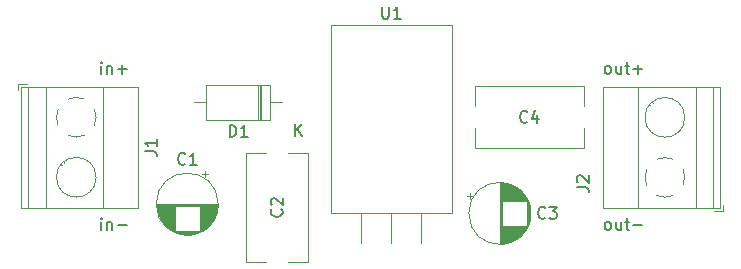
<source format=gbr>
%TF.GenerationSoftware,KiCad,Pcbnew,7.0.10*%
%TF.CreationDate,2024-02-07T21:18:28+06:30*%
%TF.ProjectId,7805,37383035-2e6b-4696-9361-645f70636258,rev?*%
%TF.SameCoordinates,PXa990340PY791ddc0*%
%TF.FileFunction,Legend,Top*%
%TF.FilePolarity,Positive*%
%FSLAX46Y46*%
G04 Gerber Fmt 4.6, Leading zero omitted, Abs format (unit mm)*
G04 Created by KiCad (PCBNEW 7.0.10) date 2024-02-07 21:18:28*
%MOMM*%
%LPD*%
G01*
G04 APERTURE LIST*
%ADD10C,0.160000*%
%ADD11C,0.120000*%
G04 APERTURE END LIST*
D10*
X7455358Y18926701D02*
X7455358Y19593368D01*
X7455358Y19926701D02*
X7407739Y19879082D01*
X7407739Y19879082D02*
X7455358Y19831463D01*
X7455358Y19831463D02*
X7502977Y19879082D01*
X7502977Y19879082D02*
X7455358Y19926701D01*
X7455358Y19926701D02*
X7455358Y19831463D01*
X7931548Y19593368D02*
X7931548Y18926701D01*
X7931548Y19498130D02*
X7979167Y19545749D01*
X7979167Y19545749D02*
X8074405Y19593368D01*
X8074405Y19593368D02*
X8217262Y19593368D01*
X8217262Y19593368D02*
X8312500Y19545749D01*
X8312500Y19545749D02*
X8360119Y19450511D01*
X8360119Y19450511D02*
X8360119Y18926701D01*
X8836310Y19307654D02*
X9598215Y19307654D01*
X9217262Y18926701D02*
X9217262Y19688606D01*
X50270215Y5718701D02*
X50174977Y5766320D01*
X50174977Y5766320D02*
X50127358Y5813940D01*
X50127358Y5813940D02*
X50079739Y5909178D01*
X50079739Y5909178D02*
X50079739Y6194892D01*
X50079739Y6194892D02*
X50127358Y6290130D01*
X50127358Y6290130D02*
X50174977Y6337749D01*
X50174977Y6337749D02*
X50270215Y6385368D01*
X50270215Y6385368D02*
X50413072Y6385368D01*
X50413072Y6385368D02*
X50508310Y6337749D01*
X50508310Y6337749D02*
X50555929Y6290130D01*
X50555929Y6290130D02*
X50603548Y6194892D01*
X50603548Y6194892D02*
X50603548Y5909178D01*
X50603548Y5909178D02*
X50555929Y5813940D01*
X50555929Y5813940D02*
X50508310Y5766320D01*
X50508310Y5766320D02*
X50413072Y5718701D01*
X50413072Y5718701D02*
X50270215Y5718701D01*
X51460691Y6385368D02*
X51460691Y5718701D01*
X51032120Y6385368D02*
X51032120Y5861559D01*
X51032120Y5861559D02*
X51079739Y5766320D01*
X51079739Y5766320D02*
X51174977Y5718701D01*
X51174977Y5718701D02*
X51317834Y5718701D01*
X51317834Y5718701D02*
X51413072Y5766320D01*
X51413072Y5766320D02*
X51460691Y5813940D01*
X51794025Y6385368D02*
X52174977Y6385368D01*
X51936882Y6718701D02*
X51936882Y5861559D01*
X51936882Y5861559D02*
X51984501Y5766320D01*
X51984501Y5766320D02*
X52079739Y5718701D01*
X52079739Y5718701D02*
X52174977Y5718701D01*
X52508311Y6099654D02*
X53270216Y6099654D01*
X7455358Y5718701D02*
X7455358Y6385368D01*
X7455358Y6718701D02*
X7407739Y6671082D01*
X7407739Y6671082D02*
X7455358Y6623463D01*
X7455358Y6623463D02*
X7502977Y6671082D01*
X7502977Y6671082D02*
X7455358Y6718701D01*
X7455358Y6718701D02*
X7455358Y6623463D01*
X7931548Y6385368D02*
X7931548Y5718701D01*
X7931548Y6290130D02*
X7979167Y6337749D01*
X7979167Y6337749D02*
X8074405Y6385368D01*
X8074405Y6385368D02*
X8217262Y6385368D01*
X8217262Y6385368D02*
X8312500Y6337749D01*
X8312500Y6337749D02*
X8360119Y6242511D01*
X8360119Y6242511D02*
X8360119Y5718701D01*
X8836310Y6099654D02*
X9598215Y6099654D01*
X50270215Y18926701D02*
X50174977Y18974320D01*
X50174977Y18974320D02*
X50127358Y19021940D01*
X50127358Y19021940D02*
X50079739Y19117178D01*
X50079739Y19117178D02*
X50079739Y19402892D01*
X50079739Y19402892D02*
X50127358Y19498130D01*
X50127358Y19498130D02*
X50174977Y19545749D01*
X50174977Y19545749D02*
X50270215Y19593368D01*
X50270215Y19593368D02*
X50413072Y19593368D01*
X50413072Y19593368D02*
X50508310Y19545749D01*
X50508310Y19545749D02*
X50555929Y19498130D01*
X50555929Y19498130D02*
X50603548Y19402892D01*
X50603548Y19402892D02*
X50603548Y19117178D01*
X50603548Y19117178D02*
X50555929Y19021940D01*
X50555929Y19021940D02*
X50508310Y18974320D01*
X50508310Y18974320D02*
X50413072Y18926701D01*
X50413072Y18926701D02*
X50270215Y18926701D01*
X51460691Y19593368D02*
X51460691Y18926701D01*
X51032120Y19593368D02*
X51032120Y19069559D01*
X51032120Y19069559D02*
X51079739Y18974320D01*
X51079739Y18974320D02*
X51174977Y18926701D01*
X51174977Y18926701D02*
X51317834Y18926701D01*
X51317834Y18926701D02*
X51413072Y18974320D01*
X51413072Y18974320D02*
X51460691Y19021940D01*
X51794025Y19593368D02*
X52174977Y19593368D01*
X51936882Y19926701D02*
X51936882Y19069559D01*
X51936882Y19069559D02*
X51984501Y18974320D01*
X51984501Y18974320D02*
X52079739Y18926701D01*
X52079739Y18926701D02*
X52174977Y18926701D01*
X52508311Y19307654D02*
X53270216Y19307654D01*
X52889263Y18926701D02*
X52889263Y19688606D01*
X45045333Y6752940D02*
X44997714Y6705320D01*
X44997714Y6705320D02*
X44854857Y6657701D01*
X44854857Y6657701D02*
X44759619Y6657701D01*
X44759619Y6657701D02*
X44616762Y6705320D01*
X44616762Y6705320D02*
X44521524Y6800559D01*
X44521524Y6800559D02*
X44473905Y6895797D01*
X44473905Y6895797D02*
X44426286Y7086273D01*
X44426286Y7086273D02*
X44426286Y7229130D01*
X44426286Y7229130D02*
X44473905Y7419606D01*
X44473905Y7419606D02*
X44521524Y7514844D01*
X44521524Y7514844D02*
X44616762Y7610082D01*
X44616762Y7610082D02*
X44759619Y7657701D01*
X44759619Y7657701D02*
X44854857Y7657701D01*
X44854857Y7657701D02*
X44997714Y7610082D01*
X44997714Y7610082D02*
X45045333Y7562463D01*
X45378667Y7657701D02*
X45997714Y7657701D01*
X45997714Y7657701D02*
X45664381Y7276749D01*
X45664381Y7276749D02*
X45807238Y7276749D01*
X45807238Y7276749D02*
X45902476Y7229130D01*
X45902476Y7229130D02*
X45950095Y7181511D01*
X45950095Y7181511D02*
X45997714Y7086273D01*
X45997714Y7086273D02*
X45997714Y6848178D01*
X45997714Y6848178D02*
X45950095Y6752940D01*
X45950095Y6752940D02*
X45902476Y6705320D01*
X45902476Y6705320D02*
X45807238Y6657701D01*
X45807238Y6657701D02*
X45521524Y6657701D01*
X45521524Y6657701D02*
X45426286Y6705320D01*
X45426286Y6705320D02*
X45378667Y6752940D01*
X47714299Y9318667D02*
X48428584Y9318667D01*
X48428584Y9318667D02*
X48571441Y9271048D01*
X48571441Y9271048D02*
X48666680Y9175810D01*
X48666680Y9175810D02*
X48714299Y9032953D01*
X48714299Y9032953D02*
X48714299Y8937715D01*
X47809537Y9747239D02*
X47761918Y9794858D01*
X47761918Y9794858D02*
X47714299Y9890096D01*
X47714299Y9890096D02*
X47714299Y10128191D01*
X47714299Y10128191D02*
X47761918Y10223429D01*
X47761918Y10223429D02*
X47809537Y10271048D01*
X47809537Y10271048D02*
X47904775Y10318667D01*
X47904775Y10318667D02*
X48000013Y10318667D01*
X48000013Y10318667D02*
X48142870Y10271048D01*
X48142870Y10271048D02*
X48714299Y9699620D01*
X48714299Y9699620D02*
X48714299Y10318667D01*
X14565333Y11324940D02*
X14517714Y11277320D01*
X14517714Y11277320D02*
X14374857Y11229701D01*
X14374857Y11229701D02*
X14279619Y11229701D01*
X14279619Y11229701D02*
X14136762Y11277320D01*
X14136762Y11277320D02*
X14041524Y11372559D01*
X14041524Y11372559D02*
X13993905Y11467797D01*
X13993905Y11467797D02*
X13946286Y11658273D01*
X13946286Y11658273D02*
X13946286Y11801130D01*
X13946286Y11801130D02*
X13993905Y11991606D01*
X13993905Y11991606D02*
X14041524Y12086844D01*
X14041524Y12086844D02*
X14136762Y12182082D01*
X14136762Y12182082D02*
X14279619Y12229701D01*
X14279619Y12229701D02*
X14374857Y12229701D01*
X14374857Y12229701D02*
X14517714Y12182082D01*
X14517714Y12182082D02*
X14565333Y12134463D01*
X15517714Y11229701D02*
X14946286Y11229701D01*
X15232000Y11229701D02*
X15232000Y12229701D01*
X15232000Y12229701D02*
X15136762Y12086844D01*
X15136762Y12086844D02*
X15041524Y11991606D01*
X15041524Y11991606D02*
X14946286Y11943987D01*
X22711060Y7453334D02*
X22758680Y7405715D01*
X22758680Y7405715D02*
X22806299Y7262858D01*
X22806299Y7262858D02*
X22806299Y7167620D01*
X22806299Y7167620D02*
X22758680Y7024763D01*
X22758680Y7024763D02*
X22663441Y6929525D01*
X22663441Y6929525D02*
X22568203Y6881906D01*
X22568203Y6881906D02*
X22377727Y6834287D01*
X22377727Y6834287D02*
X22234870Y6834287D01*
X22234870Y6834287D02*
X22044394Y6881906D01*
X22044394Y6881906D02*
X21949156Y6929525D01*
X21949156Y6929525D02*
X21853918Y7024763D01*
X21853918Y7024763D02*
X21806299Y7167620D01*
X21806299Y7167620D02*
X21806299Y7262858D01*
X21806299Y7262858D02*
X21853918Y7405715D01*
X21853918Y7405715D02*
X21901537Y7453334D01*
X21901537Y7834287D02*
X21853918Y7881906D01*
X21853918Y7881906D02*
X21806299Y7977144D01*
X21806299Y7977144D02*
X21806299Y8215239D01*
X21806299Y8215239D02*
X21853918Y8310477D01*
X21853918Y8310477D02*
X21901537Y8358096D01*
X21901537Y8358096D02*
X21996775Y8405715D01*
X21996775Y8405715D02*
X22092013Y8405715D01*
X22092013Y8405715D02*
X22234870Y8358096D01*
X22234870Y8358096D02*
X22806299Y7786668D01*
X22806299Y7786668D02*
X22806299Y8405715D01*
X11138299Y12371667D02*
X11852584Y12371667D01*
X11852584Y12371667D02*
X11995441Y12324048D01*
X11995441Y12324048D02*
X12090680Y12228810D01*
X12090680Y12228810D02*
X12138299Y12085953D01*
X12138299Y12085953D02*
X12138299Y11990715D01*
X12138299Y13371667D02*
X12138299Y12800239D01*
X12138299Y13085953D02*
X11138299Y13085953D01*
X11138299Y13085953D02*
X11281156Y12990715D01*
X11281156Y12990715D02*
X11376394Y12895477D01*
X11376394Y12895477D02*
X11424013Y12800239D01*
X18311905Y13585701D02*
X18311905Y14585701D01*
X18311905Y14585701D02*
X18550000Y14585701D01*
X18550000Y14585701D02*
X18692857Y14538082D01*
X18692857Y14538082D02*
X18788095Y14442844D01*
X18788095Y14442844D02*
X18835714Y14347606D01*
X18835714Y14347606D02*
X18883333Y14157130D01*
X18883333Y14157130D02*
X18883333Y14014273D01*
X18883333Y14014273D02*
X18835714Y13823797D01*
X18835714Y13823797D02*
X18788095Y13728559D01*
X18788095Y13728559D02*
X18692857Y13633320D01*
X18692857Y13633320D02*
X18550000Y13585701D01*
X18550000Y13585701D02*
X18311905Y13585701D01*
X19835714Y13585701D02*
X19264286Y13585701D01*
X19550000Y13585701D02*
X19550000Y14585701D01*
X19550000Y14585701D02*
X19454762Y14442844D01*
X19454762Y14442844D02*
X19359524Y14347606D01*
X19359524Y14347606D02*
X19264286Y14299987D01*
X23868095Y13642701D02*
X23868095Y14642701D01*
X24439523Y13642701D02*
X24010952Y14214130D01*
X24439523Y14642701D02*
X23868095Y14071273D01*
X43521333Y14880940D02*
X43473714Y14833320D01*
X43473714Y14833320D02*
X43330857Y14785701D01*
X43330857Y14785701D02*
X43235619Y14785701D01*
X43235619Y14785701D02*
X43092762Y14833320D01*
X43092762Y14833320D02*
X42997524Y14928559D01*
X42997524Y14928559D02*
X42949905Y15023797D01*
X42949905Y15023797D02*
X42902286Y15214273D01*
X42902286Y15214273D02*
X42902286Y15357130D01*
X42902286Y15357130D02*
X42949905Y15547606D01*
X42949905Y15547606D02*
X42997524Y15642844D01*
X42997524Y15642844D02*
X43092762Y15738082D01*
X43092762Y15738082D02*
X43235619Y15785701D01*
X43235619Y15785701D02*
X43330857Y15785701D01*
X43330857Y15785701D02*
X43473714Y15738082D01*
X43473714Y15738082D02*
X43521333Y15690463D01*
X44378476Y15452368D02*
X44378476Y14785701D01*
X44140381Y15833320D02*
X43902286Y15119035D01*
X43902286Y15119035D02*
X44521333Y15119035D01*
X31242095Y24595701D02*
X31242095Y23786178D01*
X31242095Y23786178D02*
X31289714Y23690940D01*
X31289714Y23690940D02*
X31337333Y23643320D01*
X31337333Y23643320D02*
X31432571Y23595701D01*
X31432571Y23595701D02*
X31623047Y23595701D01*
X31623047Y23595701D02*
X31718285Y23643320D01*
X31718285Y23643320D02*
X31765904Y23690940D01*
X31765904Y23690940D02*
X31813523Y23786178D01*
X31813523Y23786178D02*
X31813523Y24595701D01*
X32813523Y23595701D02*
X32242095Y23595701D01*
X32527809Y23595701D02*
X32527809Y24595701D01*
X32527809Y24595701D02*
X32432571Y24452844D01*
X32432571Y24452844D02*
X32337333Y24357606D01*
X32337333Y24357606D02*
X32242095Y24309987D01*
D11*
%TO.C,C3*%
X38388113Y8587000D02*
X38888113Y8587000D01*
X38638113Y8837000D02*
X38638113Y8337000D01*
X41192888Y9692000D02*
X41192888Y4532000D01*
X41232888Y9692000D02*
X41232888Y4532000D01*
X41272888Y9691000D02*
X41272888Y4533000D01*
X41312888Y9690000D02*
X41312888Y4534000D01*
X41352888Y9688000D02*
X41352888Y4536000D01*
X41392888Y9685000D02*
X41392888Y4539000D01*
X41432888Y9681000D02*
X41432888Y8152000D01*
X41432888Y6072000D02*
X41432888Y4543000D01*
X41472888Y9677000D02*
X41472888Y8152000D01*
X41472888Y6072000D02*
X41472888Y4547000D01*
X41512888Y9673000D02*
X41512888Y8152000D01*
X41512888Y6072000D02*
X41512888Y4551000D01*
X41552888Y9668000D02*
X41552888Y8152000D01*
X41552888Y6072000D02*
X41552888Y4556000D01*
X41592888Y9662000D02*
X41592888Y8152000D01*
X41592888Y6072000D02*
X41592888Y4562000D01*
X41632888Y9655000D02*
X41632888Y8152000D01*
X41632888Y6072000D02*
X41632888Y4569000D01*
X41672888Y9648000D02*
X41672888Y8152000D01*
X41672888Y6072000D02*
X41672888Y4576000D01*
X41712888Y9640000D02*
X41712888Y8152000D01*
X41712888Y6072000D02*
X41712888Y4584000D01*
X41752888Y9632000D02*
X41752888Y8152000D01*
X41752888Y6072000D02*
X41752888Y4592000D01*
X41792888Y9623000D02*
X41792888Y8152000D01*
X41792888Y6072000D02*
X41792888Y4601000D01*
X41832888Y9613000D02*
X41832888Y8152000D01*
X41832888Y6072000D02*
X41832888Y4611000D01*
X41872888Y9603000D02*
X41872888Y8152000D01*
X41872888Y6072000D02*
X41872888Y4621000D01*
X41913888Y9592000D02*
X41913888Y8152000D01*
X41913888Y6072000D02*
X41913888Y4632000D01*
X41953888Y9580000D02*
X41953888Y8152000D01*
X41953888Y6072000D02*
X41953888Y4644000D01*
X41993888Y9567000D02*
X41993888Y8152000D01*
X41993888Y6072000D02*
X41993888Y4657000D01*
X42033888Y9554000D02*
X42033888Y8152000D01*
X42033888Y6072000D02*
X42033888Y4670000D01*
X42073888Y9540000D02*
X42073888Y8152000D01*
X42073888Y6072000D02*
X42073888Y4684000D01*
X42113888Y9526000D02*
X42113888Y8152000D01*
X42113888Y6072000D02*
X42113888Y4698000D01*
X42153888Y9510000D02*
X42153888Y8152000D01*
X42153888Y6072000D02*
X42153888Y4714000D01*
X42193888Y9494000D02*
X42193888Y8152000D01*
X42193888Y6072000D02*
X42193888Y4730000D01*
X42233888Y9477000D02*
X42233888Y8152000D01*
X42233888Y6072000D02*
X42233888Y4747000D01*
X42273888Y9460000D02*
X42273888Y8152000D01*
X42273888Y6072000D02*
X42273888Y4764000D01*
X42313888Y9441000D02*
X42313888Y8152000D01*
X42313888Y6072000D02*
X42313888Y4783000D01*
X42353888Y9422000D02*
X42353888Y8152000D01*
X42353888Y6072000D02*
X42353888Y4802000D01*
X42393888Y9402000D02*
X42393888Y8152000D01*
X42393888Y6072000D02*
X42393888Y4822000D01*
X42433888Y9380000D02*
X42433888Y8152000D01*
X42433888Y6072000D02*
X42433888Y4844000D01*
X42473888Y9359000D02*
X42473888Y8152000D01*
X42473888Y6072000D02*
X42473888Y4865000D01*
X42513888Y9336000D02*
X42513888Y8152000D01*
X42513888Y6072000D02*
X42513888Y4888000D01*
X42553888Y9312000D02*
X42553888Y8152000D01*
X42553888Y6072000D02*
X42553888Y4912000D01*
X42593888Y9287000D02*
X42593888Y8152000D01*
X42593888Y6072000D02*
X42593888Y4937000D01*
X42633888Y9261000D02*
X42633888Y8152000D01*
X42633888Y6072000D02*
X42633888Y4963000D01*
X42673888Y9234000D02*
X42673888Y8152000D01*
X42673888Y6072000D02*
X42673888Y4990000D01*
X42713888Y9207000D02*
X42713888Y8152000D01*
X42713888Y6072000D02*
X42713888Y5017000D01*
X42753888Y9177000D02*
X42753888Y8152000D01*
X42753888Y6072000D02*
X42753888Y5047000D01*
X42793888Y9147000D02*
X42793888Y8152000D01*
X42793888Y6072000D02*
X42793888Y5077000D01*
X42833888Y9116000D02*
X42833888Y8152000D01*
X42833888Y6072000D02*
X42833888Y5108000D01*
X42873888Y9083000D02*
X42873888Y8152000D01*
X42873888Y6072000D02*
X42873888Y5141000D01*
X42913888Y9049000D02*
X42913888Y8152000D01*
X42913888Y6072000D02*
X42913888Y5175000D01*
X42953888Y9013000D02*
X42953888Y8152000D01*
X42953888Y6072000D02*
X42953888Y5211000D01*
X42993888Y8976000D02*
X42993888Y8152000D01*
X42993888Y6072000D02*
X42993888Y5248000D01*
X43033888Y8938000D02*
X43033888Y8152000D01*
X43033888Y6072000D02*
X43033888Y5286000D01*
X43073888Y8897000D02*
X43073888Y8152000D01*
X43073888Y6072000D02*
X43073888Y5327000D01*
X43113888Y8855000D02*
X43113888Y8152000D01*
X43113888Y6072000D02*
X43113888Y5369000D01*
X43153888Y8811000D02*
X43153888Y8152000D01*
X43153888Y6072000D02*
X43153888Y5413000D01*
X43193888Y8765000D02*
X43193888Y8152000D01*
X43193888Y6072000D02*
X43193888Y5459000D01*
X43233888Y8717000D02*
X43233888Y8152000D01*
X43233888Y6072000D02*
X43233888Y5507000D01*
X43273888Y8666000D02*
X43273888Y8152000D01*
X43273888Y6072000D02*
X43273888Y5558000D01*
X43313888Y8612000D02*
X43313888Y8152000D01*
X43313888Y6072000D02*
X43313888Y5612000D01*
X43353888Y8555000D02*
X43353888Y8152000D01*
X43353888Y6072000D02*
X43353888Y5669000D01*
X43393888Y8495000D02*
X43393888Y8152000D01*
X43393888Y6072000D02*
X43393888Y5729000D01*
X43433888Y8431000D02*
X43433888Y8152000D01*
X43433888Y6072000D02*
X43433888Y5793000D01*
X43473888Y8363000D02*
X43473888Y8152000D01*
X43473888Y6072000D02*
X43473888Y5861000D01*
X43513888Y8290000D02*
X43513888Y5934000D01*
X43553888Y8210000D02*
X43553888Y6014000D01*
X43593888Y8123000D02*
X43593888Y6101000D01*
X43633888Y8027000D02*
X43633888Y6197000D01*
X43673888Y7917000D02*
X43673888Y6307000D01*
X43713888Y7789000D02*
X43713888Y6435000D01*
X43753888Y7630000D02*
X43753888Y6594000D01*
X43793888Y7396000D02*
X43793888Y6828000D01*
X43812888Y7112000D02*
G75*
G03*
X38572888Y7112000I-2620000J0D01*
G01*
X38572888Y7112000D02*
G75*
G03*
X43812888Y7112000I2620000J0D01*
G01*
%TO.C,J2*%
X59329000Y7315000D02*
X60069000Y7315000D01*
X60069000Y7315000D02*
X60069000Y7815000D01*
X49908000Y7555000D02*
X59829000Y7555000D01*
X49908000Y7555000D02*
X49908000Y17835000D01*
X52868000Y7555000D02*
X52868000Y17835000D01*
X57769000Y7555000D02*
X57769000Y17835000D01*
X59269000Y7555000D02*
X59269000Y17835000D01*
X59829000Y7555000D02*
X59829000Y17835000D01*
X56192000Y14008000D02*
X56238000Y13961000D01*
X56408000Y14201000D02*
X56443000Y14166000D01*
X53894000Y16305000D02*
X53930000Y16270000D01*
X54100000Y16510000D02*
X54146000Y16463000D01*
X49908000Y17835000D02*
X59829000Y17835000D01*
X54485001Y8620001D02*
G75*
G03*
X55852042Y8619574I684000J1534992D01*
G01*
X53634001Y10838999D02*
G75*
G03*
X53633574Y9471958I1534992J-684000D01*
G01*
X56703999Y9471000D02*
G75*
G03*
X56849252Y10183805I-1535000J683999D01*
G01*
X56848999Y10155000D02*
G75*
G03*
X56703755Y10838318I-1679999J0D01*
G01*
X55853000Y11690000D02*
G75*
G03*
X54485958Y11690426I-684000J-1535000D01*
G01*
X56849000Y15235000D02*
G75*
G03*
X53489000Y15235000I-1680000J0D01*
G01*
X53489000Y15235000D02*
G75*
G03*
X56849000Y15235000I1680000J0D01*
G01*
%TO.C,C1*%
X16207000Y10698775D02*
X16207000Y10198775D01*
X16457000Y10448775D02*
X15957000Y10448775D01*
X17312000Y7894000D02*
X12152000Y7894000D01*
X17312000Y7854000D02*
X12152000Y7854000D01*
X17311000Y7814000D02*
X12153000Y7814000D01*
X17310000Y7774000D02*
X12154000Y7774000D01*
X17308000Y7734000D02*
X12156000Y7734000D01*
X17305000Y7694000D02*
X12159000Y7694000D01*
X17301000Y7654000D02*
X15772000Y7654000D01*
X13692000Y7654000D02*
X12163000Y7654000D01*
X17297000Y7614000D02*
X15772000Y7614000D01*
X13692000Y7614000D02*
X12167000Y7614000D01*
X17293000Y7574000D02*
X15772000Y7574000D01*
X13692000Y7574000D02*
X12171000Y7574000D01*
X17288000Y7534000D02*
X15772000Y7534000D01*
X13692000Y7534000D02*
X12176000Y7534000D01*
X17282000Y7494000D02*
X15772000Y7494000D01*
X13692000Y7494000D02*
X12182000Y7494000D01*
X17275000Y7454000D02*
X15772000Y7454000D01*
X13692000Y7454000D02*
X12189000Y7454000D01*
X17268000Y7414000D02*
X15772000Y7414000D01*
X13692000Y7414000D02*
X12196000Y7414000D01*
X17260000Y7374000D02*
X15772000Y7374000D01*
X13692000Y7374000D02*
X12204000Y7374000D01*
X17252000Y7334000D02*
X15772000Y7334000D01*
X13692000Y7334000D02*
X12212000Y7334000D01*
X17243000Y7294000D02*
X15772000Y7294000D01*
X13692000Y7294000D02*
X12221000Y7294000D01*
X17233000Y7254000D02*
X15772000Y7254000D01*
X13692000Y7254000D02*
X12231000Y7254000D01*
X17223000Y7214000D02*
X15772000Y7214000D01*
X13692000Y7214000D02*
X12241000Y7214000D01*
X17212000Y7173000D02*
X15772000Y7173000D01*
X13692000Y7173000D02*
X12252000Y7173000D01*
X17200000Y7133000D02*
X15772000Y7133000D01*
X13692000Y7133000D02*
X12264000Y7133000D01*
X17187000Y7093000D02*
X15772000Y7093000D01*
X13692000Y7093000D02*
X12277000Y7093000D01*
X17174000Y7053000D02*
X15772000Y7053000D01*
X13692000Y7053000D02*
X12290000Y7053000D01*
X17160000Y7013000D02*
X15772000Y7013000D01*
X13692000Y7013000D02*
X12304000Y7013000D01*
X17146000Y6973000D02*
X15772000Y6973000D01*
X13692000Y6973000D02*
X12318000Y6973000D01*
X17130000Y6933000D02*
X15772000Y6933000D01*
X13692000Y6933000D02*
X12334000Y6933000D01*
X17114000Y6893000D02*
X15772000Y6893000D01*
X13692000Y6893000D02*
X12350000Y6893000D01*
X17097000Y6853000D02*
X15772000Y6853000D01*
X13692000Y6853000D02*
X12367000Y6853000D01*
X17080000Y6813000D02*
X15772000Y6813000D01*
X13692000Y6813000D02*
X12384000Y6813000D01*
X17061000Y6773000D02*
X15772000Y6773000D01*
X13692000Y6773000D02*
X12403000Y6773000D01*
X17042000Y6733000D02*
X15772000Y6733000D01*
X13692000Y6733000D02*
X12422000Y6733000D01*
X17022000Y6693000D02*
X15772000Y6693000D01*
X13692000Y6693000D02*
X12442000Y6693000D01*
X17000000Y6653000D02*
X15772000Y6653000D01*
X13692000Y6653000D02*
X12464000Y6653000D01*
X16979000Y6613000D02*
X15772000Y6613000D01*
X13692000Y6613000D02*
X12485000Y6613000D01*
X16956000Y6573000D02*
X15772000Y6573000D01*
X13692000Y6573000D02*
X12508000Y6573000D01*
X16932000Y6533000D02*
X15772000Y6533000D01*
X13692000Y6533000D02*
X12532000Y6533000D01*
X16907000Y6493000D02*
X15772000Y6493000D01*
X13692000Y6493000D02*
X12557000Y6493000D01*
X16881000Y6453000D02*
X15772000Y6453000D01*
X13692000Y6453000D02*
X12583000Y6453000D01*
X16854000Y6413000D02*
X15772000Y6413000D01*
X13692000Y6413000D02*
X12610000Y6413000D01*
X16827000Y6373000D02*
X15772000Y6373000D01*
X13692000Y6373000D02*
X12637000Y6373000D01*
X16797000Y6333000D02*
X15772000Y6333000D01*
X13692000Y6333000D02*
X12667000Y6333000D01*
X16767000Y6293000D02*
X15772000Y6293000D01*
X13692000Y6293000D02*
X12697000Y6293000D01*
X16736000Y6253000D02*
X15772000Y6253000D01*
X13692000Y6253000D02*
X12728000Y6253000D01*
X16703000Y6213000D02*
X15772000Y6213000D01*
X13692000Y6213000D02*
X12761000Y6213000D01*
X16669000Y6173000D02*
X15772000Y6173000D01*
X13692000Y6173000D02*
X12795000Y6173000D01*
X16633000Y6133000D02*
X15772000Y6133000D01*
X13692000Y6133000D02*
X12831000Y6133000D01*
X16596000Y6093000D02*
X15772000Y6093000D01*
X13692000Y6093000D02*
X12868000Y6093000D01*
X16558000Y6053000D02*
X15772000Y6053000D01*
X13692000Y6053000D02*
X12906000Y6053000D01*
X16517000Y6013000D02*
X15772000Y6013000D01*
X13692000Y6013000D02*
X12947000Y6013000D01*
X16475000Y5973000D02*
X15772000Y5973000D01*
X13692000Y5973000D02*
X12989000Y5973000D01*
X16431000Y5933000D02*
X15772000Y5933000D01*
X13692000Y5933000D02*
X13033000Y5933000D01*
X16385000Y5893000D02*
X15772000Y5893000D01*
X13692000Y5893000D02*
X13079000Y5893000D01*
X16337000Y5853000D02*
X15772000Y5853000D01*
X13692000Y5853000D02*
X13127000Y5853000D01*
X16286000Y5813000D02*
X15772000Y5813000D01*
X13692000Y5813000D02*
X13178000Y5813000D01*
X16232000Y5773000D02*
X15772000Y5773000D01*
X13692000Y5773000D02*
X13232000Y5773000D01*
X16175000Y5733000D02*
X15772000Y5733000D01*
X13692000Y5733000D02*
X13289000Y5733000D01*
X16115000Y5693000D02*
X15772000Y5693000D01*
X13692000Y5693000D02*
X13349000Y5693000D01*
X16051000Y5653000D02*
X15772000Y5653000D01*
X13692000Y5653000D02*
X13413000Y5653000D01*
X15983000Y5613000D02*
X15772000Y5613000D01*
X13692000Y5613000D02*
X13481000Y5613000D01*
X15910000Y5573000D02*
X13554000Y5573000D01*
X15830000Y5533000D02*
X13634000Y5533000D01*
X15743000Y5493000D02*
X13721000Y5493000D01*
X15647000Y5453000D02*
X13817000Y5453000D01*
X15537000Y5413000D02*
X13927000Y5413000D01*
X15409000Y5373000D02*
X14055000Y5373000D01*
X15250000Y5333000D02*
X14214000Y5333000D01*
X15016000Y5293000D02*
X14448000Y5293000D01*
X17352000Y7894000D02*
G75*
G03*
X12112000Y7894000I-2620000J0D01*
G01*
X12112000Y7894000D02*
G75*
G03*
X17352000Y7894000I2620000J0D01*
G01*
%TO.C,C2*%
X19732000Y3000000D02*
X21406000Y3000000D01*
X19732000Y3000000D02*
X19732000Y12240000D01*
X23298000Y3000000D02*
X24972000Y3000000D01*
X24972000Y3000000D02*
X24972000Y12240000D01*
X19732000Y12240000D02*
X21406000Y12240000D01*
X23298000Y12240000D02*
X24972000Y12240000D01*
%TO.C,J1*%
X1174000Y18085000D02*
X434000Y18085000D01*
X434000Y18085000D02*
X434000Y17585000D01*
X10595000Y17845000D02*
X674000Y17845000D01*
X10595000Y17845000D02*
X10595000Y7565000D01*
X7635000Y17845000D02*
X7635000Y7565000D01*
X2734000Y17845000D02*
X2734000Y7565000D01*
X1234000Y17845000D02*
X1234000Y7565000D01*
X674000Y17845000D02*
X674000Y7565000D01*
X4311000Y11392000D02*
X4265000Y11439000D01*
X4095000Y11199000D02*
X4060000Y11234000D01*
X6609000Y9095000D02*
X6573000Y9130000D01*
X6403000Y8890000D02*
X6357000Y8937000D01*
X10595000Y7565000D02*
X674000Y7565000D01*
X6017999Y16779999D02*
G75*
G03*
X4650958Y16780426I-684000J-1534992D01*
G01*
X6868999Y14561001D02*
G75*
G03*
X6869426Y15928042I-1534992J684000D01*
G01*
X3799001Y15929000D02*
G75*
G03*
X3653748Y15216195I1535000J-683999D01*
G01*
X3654001Y15245000D02*
G75*
G03*
X3799245Y14561682I1679999J0D01*
G01*
X4650000Y13710000D02*
G75*
G03*
X6017042Y13709574I684000J1535000D01*
G01*
X7014000Y10165000D02*
G75*
G03*
X3654000Y10165000I-1680000J0D01*
G01*
X3654000Y10165000D02*
G75*
G03*
X7014000Y10165000I1680000J0D01*
G01*
%TO.C,D1*%
X22790000Y16510000D02*
X21770000Y16510000D01*
X21770000Y15040000D02*
X21770000Y17980000D01*
X21770000Y17980000D02*
X16330000Y17980000D01*
X20990000Y15040000D02*
X20990000Y17980000D01*
X20870000Y15040000D02*
X20870000Y17980000D01*
X20750000Y15040000D02*
X20750000Y17980000D01*
X16330000Y15040000D02*
X21770000Y15040000D01*
X16330000Y17980000D02*
X16330000Y15040000D01*
X15310000Y16510000D02*
X16330000Y16510000D01*
%TO.C,C4*%
X48308000Y12620000D02*
X48308000Y14294000D01*
X48308000Y12620000D02*
X39068000Y12620000D01*
X48308000Y16186000D02*
X48308000Y17860000D01*
X48308000Y17860000D02*
X39068000Y17860000D01*
X39068000Y12620000D02*
X39068000Y14294000D01*
X39068000Y16186000D02*
X39068000Y17860000D01*
%TO.C,U1*%
X26884000Y23050000D02*
X26884000Y7160000D01*
X26884000Y23050000D02*
X37124000Y23050000D01*
X26884000Y7160000D02*
X37124000Y7160000D01*
X29464000Y7160000D02*
X29464000Y4620000D01*
X32004000Y7160000D02*
X32004000Y4620000D01*
X34544000Y7160000D02*
X34544000Y4620000D01*
X37124000Y23050000D02*
X37124000Y7160000D01*
%TD*%
M02*

</source>
